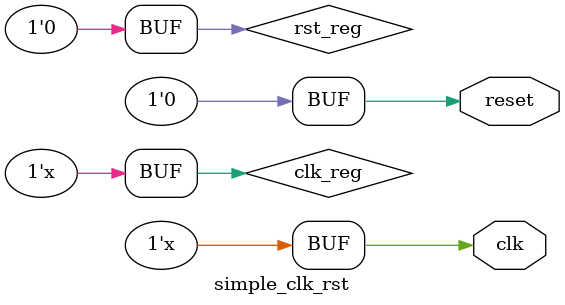
<source format=sv>
module simple_clk_rst (
    output wire clk,
    output wire reset
);
    reg clk_reg = 0;
    reg rst_reg = 1;
    
    always #10 clk_reg = ~clk_reg;
    
    initial begin
        #100 rst_reg = 0;
    end

    assign clk = clk_reg;
    assign reset = rst_reg;
endmodule
</source>
